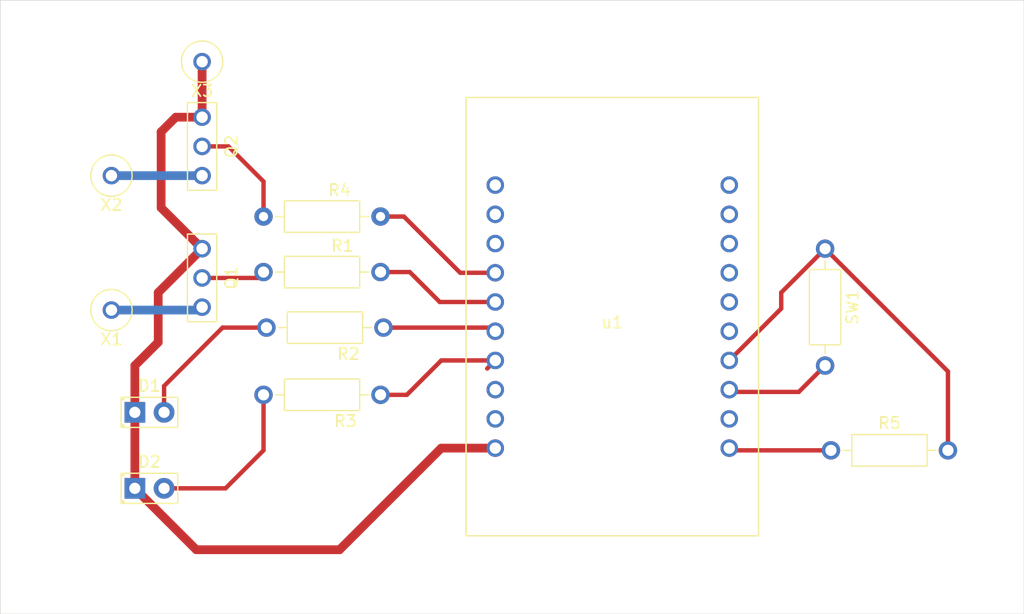
<source format=kicad_pcb>
(kicad_pcb (version 20171130) (host pcbnew "(5.1.10)-1")

  (general
    (thickness 1.6)
    (drawings 4)
    (tracks 51)
    (zones 0)
    (modules 14)
    (nets 27)
  )

  (page A4)
  (layers
    (0 F.Cu signal)
    (31 B.Cu signal)
    (32 B.Adhes user)
    (33 F.Adhes user)
    (34 B.Paste user)
    (35 F.Paste user)
    (36 B.SilkS user)
    (37 F.SilkS user)
    (38 B.Mask user)
    (39 F.Mask user)
    (40 Dwgs.User user)
    (41 Cmts.User user)
    (42 Eco1.User user)
    (43 Eco2.User user)
    (44 Edge.Cuts user)
    (45 Margin user)
    (46 B.CrtYd user)
    (47 F.CrtYd user)
    (48 B.Fab user)
    (49 F.Fab user)
  )

  (setup
    (last_trace_width 0.25)
    (user_trace_width 0.381)
    (trace_clearance 0.2)
    (zone_clearance 0.508)
    (zone_45_only no)
    (trace_min 0.3048)
    (via_size 0.8)
    (via_drill 0.4)
    (via_min_size 0.4)
    (via_min_drill 0.3)
    (uvia_size 0.3)
    (uvia_drill 0.1)
    (uvias_allowed no)
    (uvia_min_size 0.2)
    (uvia_min_drill 0.1)
    (edge_width 0.05)
    (segment_width 0.2)
    (pcb_text_width 0.3)
    (pcb_text_size 1.5 1.5)
    (mod_edge_width 0.12)
    (mod_text_size 1 1)
    (mod_text_width 0.15)
    (pad_size 1.6 1.6)
    (pad_drill 0.9778)
    (pad_to_mask_clearance 0)
    (aux_axis_origin 0 0)
    (visible_elements 7FFFFFFF)
    (pcbplotparams
      (layerselection 0x010fc_ffffffff)
      (usegerberextensions true)
      (usegerberattributes false)
      (usegerberadvancedattributes false)
      (creategerberjobfile false)
      (excludeedgelayer true)
      (linewidth 0.100000)
      (plotframeref false)
      (viasonmask false)
      (mode 1)
      (useauxorigin false)
      (hpglpennumber 1)
      (hpglpenspeed 20)
      (hpglpendiameter 15.000000)
      (psnegative false)
      (psa4output false)
      (plotreference true)
      (plotvalue true)
      (plotinvisibletext false)
      (padsonsilk false)
      (subtractmaskfromsilk false)
      (outputformat 1)
      (mirror false)
      (drillshape 0)
      (scaleselection 1)
      (outputdirectory ""))
  )

  (net 0 "")
  (net 1 "Net-(D1-Pad1)")
  (net 2 "Net-(D1-Pad2)")
  (net 3 "Net-(D2-Pad2)")
  (net 4 "Net-(Q1-Pad2)")
  (net 5 "Net-(Q1-Pad1)")
  (net 6 "Net-(Q2-Pad1)")
  (net 7 "Net-(Q2-Pad2)")
  (net 8 "Net-(R1-Pad1)")
  (net 9 "Net-(R2-Pad1)")
  (net 10 "Net-(R3-Pad1)")
  (net 11 "Net-(R4-Pad1)")
  (net 12 "Net-(R5-Pad1)")
  (net 13 "Net-(R5-Pad2)")
  (net 14 "Net-(SW1-Pad2)")
  (net 15 "Net-(u1-Pad1)")
  (net 16 "Net-(u1-Pad2)")
  (net 17 "Net-(u1-Pad3)")
  (net 18 "Net-(u1-Pad8)")
  (net 19 "Net-(u1-Pad9)")
  (net 20 "Net-(u1-Pad16)")
  (net 21 "Net-(u1-Pad18)")
  (net 22 "Net-(u1-Pad20)")
  (net 23 "Net-(u1-Pad15)")
  (net 24 "Net-(u1-Pad19)")
  (net 25 "Net-(u1-Pad17)")
  (net 26 "Net-(u1-Pad12)")

  (net_class Default "This is the default net class."
    (clearance 0.2)
    (trace_width 0.25)
    (via_dia 0.8)
    (via_drill 0.4)
    (uvia_dia 0.3)
    (uvia_drill 0.1)
    (add_net "Net-(D1-Pad1)")
    (add_net "Net-(D1-Pad2)")
    (add_net "Net-(D2-Pad2)")
    (add_net "Net-(Q1-Pad1)")
    (add_net "Net-(Q1-Pad2)")
    (add_net "Net-(Q2-Pad1)")
    (add_net "Net-(Q2-Pad2)")
    (add_net "Net-(R1-Pad1)")
    (add_net "Net-(R2-Pad1)")
    (add_net "Net-(R3-Pad1)")
    (add_net "Net-(R4-Pad1)")
    (add_net "Net-(R5-Pad1)")
    (add_net "Net-(R5-Pad2)")
    (add_net "Net-(SW1-Pad2)")
    (add_net "Net-(u1-Pad1)")
    (add_net "Net-(u1-Pad12)")
    (add_net "Net-(u1-Pad15)")
    (add_net "Net-(u1-Pad16)")
    (add_net "Net-(u1-Pad17)")
    (add_net "Net-(u1-Pad18)")
    (add_net "Net-(u1-Pad19)")
    (add_net "Net-(u1-Pad2)")
    (add_net "Net-(u1-Pad20)")
    (add_net "Net-(u1-Pad3)")
    (add_net "Net-(u1-Pad8)")
    (add_net "Net-(u1-Pad9)")
  )

  (net_class better ""
    (clearance 0.3048)
    (trace_width 0.381)
    (via_dia 0.8)
    (via_drill 0.4)
    (uvia_dia 0.3)
    (uvia_drill 0.1)
  )

  (module Resistor_THT:R_Axial_DIN0207_L6.3mm_D2.5mm_P10.16mm_Horizontal (layer F.Cu) (tedit 6187FBB3) (tstamp 618852C8)
    (at 140.208 90.17 270)
    (descr "Resistor, Axial_DIN0207 series, Axial, Horizontal, pin pitch=10.16mm, 0.25W = 1/4W, length*diameter=6.3*2.5mm^2, http://cdn-reichelt.de/documents/datenblatt/B400/1_4W%23YAG.pdf")
    (tags "Resistor Axial_DIN0207 series Axial Horizontal pin pitch 10.16mm 0.25W = 1/4W length 6.3mm diameter 2.5mm")
    (path /61883C26)
    (fp_text reference SW1 (at 5.08 -2.37 90) (layer F.SilkS)
      (effects (font (size 1 1) (thickness 0.15)))
    )
    (fp_text value SW_Push (at 5.08 2.37 90) (layer F.Fab)
      (effects (font (size 1 1) (thickness 0.15)))
    )
    (fp_line (start 11.21 -1.5) (end -1.05 -1.5) (layer F.CrtYd) (width 0.05))
    (fp_line (start 11.21 1.5) (end 11.21 -1.5) (layer F.CrtYd) (width 0.05))
    (fp_line (start -1.05 1.5) (end 11.21 1.5) (layer F.CrtYd) (width 0.05))
    (fp_line (start -1.05 -1.5) (end -1.05 1.5) (layer F.CrtYd) (width 0.05))
    (fp_line (start 9.12 0) (end 8.35 0) (layer F.SilkS) (width 0.12))
    (fp_line (start 1.04 0) (end 1.81 0) (layer F.SilkS) (width 0.12))
    (fp_line (start 8.35 -1.37) (end 1.81 -1.37) (layer F.SilkS) (width 0.12))
    (fp_line (start 8.35 1.37) (end 8.35 -1.37) (layer F.SilkS) (width 0.12))
    (fp_line (start 1.81 1.37) (end 8.35 1.37) (layer F.SilkS) (width 0.12))
    (fp_line (start 1.81 -1.37) (end 1.81 1.37) (layer F.SilkS) (width 0.12))
    (fp_line (start 10.16 0) (end 8.23 0) (layer F.Fab) (width 0.1))
    (fp_line (start 0 0) (end 1.93 0) (layer F.Fab) (width 0.1))
    (fp_line (start 8.23 -1.25) (end 1.93 -1.25) (layer F.Fab) (width 0.1))
    (fp_line (start 8.23 1.25) (end 8.23 -1.25) (layer F.Fab) (width 0.1))
    (fp_line (start 1.93 1.25) (end 8.23 1.25) (layer F.Fab) (width 0.1))
    (fp_line (start 1.93 -1.25) (end 1.93 1.25) (layer F.Fab) (width 0.1))
    (fp_text user %R (at 5.08 0 90) (layer F.Fab)
      (effects (font (size 1 1) (thickness 0.15)))
    )
    (pad 2 thru_hole oval (at 10.16 0 270) (size 1.6 1.6) (drill 0.9778) (layers *.Cu *.Mask)
      (net 14 "Net-(SW1-Pad2)"))
    (pad 1 thru_hole circle (at 0 0 270) (size 1.6 1.6) (drill 0.9778) (layers *.Cu *.Mask)
      (net 13 "Net-(R5-Pad2)"))
    (model ${KISYS3DMOD}/Resistor_THT.3dshapes/R_Axial_DIN0207_L6.3mm_D2.5mm_P10.16mm_Horizontal.wrl
      (at (xyz 0 0 0))
      (scale (xyz 1 1 1))
      (rotate (xyz 0 0 0))
    )
  )

  (module Resistor_THT:R_Axial_DIN0207_L6.3mm_D2.5mm_P10.16mm_Horizontal (layer F.Cu) (tedit 6187FBBB) (tstamp 618852B1)
    (at 140.716 107.696)
    (descr "Resistor, Axial_DIN0207 series, Axial, Horizontal, pin pitch=10.16mm, 0.25W = 1/4W, length*diameter=6.3*2.5mm^2, http://cdn-reichelt.de/documents/datenblatt/B400/1_4W%23YAG.pdf")
    (tags "Resistor Axial_DIN0207 series Axial Horizontal pin pitch 10.16mm 0.25W = 1/4W length 6.3mm diameter 2.5mm")
    (path /6188334C)
    (fp_text reference R5 (at 5.08 -2.37) (layer F.SilkS)
      (effects (font (size 1 1) (thickness 0.15)))
    )
    (fp_text value R (at 5.08 2.37) (layer F.Fab)
      (effects (font (size 1 1) (thickness 0.15)))
    )
    (fp_line (start 11.21 -1.5) (end -1.05 -1.5) (layer F.CrtYd) (width 0.05))
    (fp_line (start 11.21 1.5) (end 11.21 -1.5) (layer F.CrtYd) (width 0.05))
    (fp_line (start -1.05 1.5) (end 11.21 1.5) (layer F.CrtYd) (width 0.05))
    (fp_line (start -1.05 -1.5) (end -1.05 1.5) (layer F.CrtYd) (width 0.05))
    (fp_line (start 9.12 0) (end 8.35 0) (layer F.SilkS) (width 0.12))
    (fp_line (start 1.04 0) (end 1.81 0) (layer F.SilkS) (width 0.12))
    (fp_line (start 8.35 -1.37) (end 1.81 -1.37) (layer F.SilkS) (width 0.12))
    (fp_line (start 8.35 1.37) (end 8.35 -1.37) (layer F.SilkS) (width 0.12))
    (fp_line (start 1.81 1.37) (end 8.35 1.37) (layer F.SilkS) (width 0.12))
    (fp_line (start 1.81 -1.37) (end 1.81 1.37) (layer F.SilkS) (width 0.12))
    (fp_line (start 10.16 0) (end 8.23 0) (layer F.Fab) (width 0.1))
    (fp_line (start 0 0) (end 1.93 0) (layer F.Fab) (width 0.1))
    (fp_line (start 8.23 -1.25) (end 1.93 -1.25) (layer F.Fab) (width 0.1))
    (fp_line (start 8.23 1.25) (end 8.23 -1.25) (layer F.Fab) (width 0.1))
    (fp_line (start 1.93 1.25) (end 8.23 1.25) (layer F.Fab) (width 0.1))
    (fp_line (start 1.93 -1.25) (end 1.93 1.25) (layer F.Fab) (width 0.1))
    (fp_text user %R (at 5.08 0) (layer F.Fab)
      (effects (font (size 1 1) (thickness 0.15)))
    )
    (pad 2 thru_hole oval (at 10.16 0) (size 1.6 1.6) (drill 0.9778) (layers *.Cu *.Mask)
      (net 13 "Net-(R5-Pad2)"))
    (pad 1 thru_hole circle (at 0 0) (size 1.6 1.6) (drill 0.9778) (layers *.Cu *.Mask)
      (net 12 "Net-(R5-Pad1)"))
    (model ${KISYS3DMOD}/Resistor_THT.3dshapes/R_Axial_DIN0207_L6.3mm_D2.5mm_P10.16mm_Horizontal.wrl
      (at (xyz 0 0 0))
      (scale (xyz 1 1 1))
      (rotate (xyz 0 0 0))
    )
  )

  (module Resistor_THT:R_Axial_DIN0207_L6.3mm_D2.5mm_P10.16mm_Horizontal (layer F.Cu) (tedit 5AE5139B) (tstamp 6188529A)
    (at 101.6 87.376 180)
    (descr "Resistor, Axial_DIN0207 series, Axial, Horizontal, pin pitch=10.16mm, 0.25W = 1/4W, length*diameter=6.3*2.5mm^2, http://cdn-reichelt.de/documents/datenblatt/B400/1_4W%23YAG.pdf")
    (tags "Resistor Axial_DIN0207 series Axial Horizontal pin pitch 10.16mm 0.25W = 1/4W length 6.3mm diameter 2.5mm")
    (path /6187FA3F)
    (fp_text reference R4 (at 3.556 2.286) (layer F.SilkS)
      (effects (font (size 1 1) (thickness 0.15)))
    )
    (fp_text value R (at 5.08 2.37) (layer F.Fab)
      (effects (font (size 1 1) (thickness 0.15)))
    )
    (fp_line (start 11.21 -1.5) (end -1.05 -1.5) (layer F.CrtYd) (width 0.05))
    (fp_line (start 11.21 1.5) (end 11.21 -1.5) (layer F.CrtYd) (width 0.05))
    (fp_line (start -1.05 1.5) (end 11.21 1.5) (layer F.CrtYd) (width 0.05))
    (fp_line (start -1.05 -1.5) (end -1.05 1.5) (layer F.CrtYd) (width 0.05))
    (fp_line (start 9.12 0) (end 8.35 0) (layer F.SilkS) (width 0.12))
    (fp_line (start 1.04 0) (end 1.81 0) (layer F.SilkS) (width 0.12))
    (fp_line (start 8.35 -1.37) (end 1.81 -1.37) (layer F.SilkS) (width 0.12))
    (fp_line (start 8.35 1.37) (end 8.35 -1.37) (layer F.SilkS) (width 0.12))
    (fp_line (start 1.81 1.37) (end 8.35 1.37) (layer F.SilkS) (width 0.12))
    (fp_line (start 1.81 -1.37) (end 1.81 1.37) (layer F.SilkS) (width 0.12))
    (fp_line (start 10.16 0) (end 8.23 0) (layer F.Fab) (width 0.1))
    (fp_line (start 0 0) (end 1.93 0) (layer F.Fab) (width 0.1))
    (fp_line (start 8.23 -1.25) (end 1.93 -1.25) (layer F.Fab) (width 0.1))
    (fp_line (start 8.23 1.25) (end 8.23 -1.25) (layer F.Fab) (width 0.1))
    (fp_line (start 1.93 1.25) (end 8.23 1.25) (layer F.Fab) (width 0.1))
    (fp_line (start 1.93 -1.25) (end 1.93 1.25) (layer F.Fab) (width 0.1))
    (fp_text user %R (at 5.08 0) (layer F.Fab)
      (effects (font (size 1 1) (thickness 0.15)))
    )
    (pad 2 thru_hole oval (at 10.16 0 180) (size 1.6 1.6) (drill 0.8) (layers *.Cu *.Mask)
      (net 7 "Net-(Q2-Pad2)"))
    (pad 1 thru_hole circle (at 0 0 180) (size 1.6 1.6) (drill 0.8) (layers *.Cu *.Mask)
      (net 11 "Net-(R4-Pad1)"))
    (model ${KISYS3DMOD}/Resistor_THT.3dshapes/R_Axial_DIN0207_L6.3mm_D2.5mm_P10.16mm_Horizontal.wrl
      (at (xyz 0 0 0))
      (scale (xyz 1 1 1))
      (rotate (xyz 0 0 0))
    )
  )

  (module Resistor_THT:R_Axial_DIN0207_L6.3mm_D2.5mm_P10.16mm_Horizontal (layer F.Cu) (tedit 6187FB9D) (tstamp 61885283)
    (at 101.6 102.87 180)
    (descr "Resistor, Axial_DIN0207 series, Axial, Horizontal, pin pitch=10.16mm, 0.25W = 1/4W, length*diameter=6.3*2.5mm^2, http://cdn-reichelt.de/documents/datenblatt/B400/1_4W%23YAG.pdf")
    (tags "Resistor Axial_DIN0207 series Axial Horizontal pin pitch 10.16mm 0.25W = 1/4W length 6.3mm diameter 2.5mm")
    (path /61882370)
    (fp_text reference R3 (at 3.048 -2.286) (layer F.SilkS)
      (effects (font (size 1 1) (thickness 0.15)))
    )
    (fp_text value R (at 5.08 2.37) (layer F.Fab)
      (effects (font (size 1 1) (thickness 0.15)))
    )
    (fp_line (start 11.21 -1.5) (end -1.05 -1.5) (layer F.CrtYd) (width 0.05))
    (fp_line (start 11.21 1.5) (end 11.21 -1.5) (layer F.CrtYd) (width 0.05))
    (fp_line (start -1.05 1.5) (end 11.21 1.5) (layer F.CrtYd) (width 0.05))
    (fp_line (start -1.05 -1.5) (end -1.05 1.5) (layer F.CrtYd) (width 0.05))
    (fp_line (start 9.12 0) (end 8.35 0) (layer F.SilkS) (width 0.12))
    (fp_line (start 1.04 0) (end 1.81 0) (layer F.SilkS) (width 0.12))
    (fp_line (start 8.35 -1.37) (end 1.81 -1.37) (layer F.SilkS) (width 0.12))
    (fp_line (start 8.35 1.37) (end 8.35 -1.37) (layer F.SilkS) (width 0.12))
    (fp_line (start 1.81 1.37) (end 8.35 1.37) (layer F.SilkS) (width 0.12))
    (fp_line (start 1.81 -1.37) (end 1.81 1.37) (layer F.SilkS) (width 0.12))
    (fp_line (start 10.16 0) (end 8.23 0) (layer F.Fab) (width 0.1))
    (fp_line (start 0 0) (end 1.93 0) (layer F.Fab) (width 0.1))
    (fp_line (start 8.23 -1.25) (end 1.93 -1.25) (layer F.Fab) (width 0.1))
    (fp_line (start 8.23 1.25) (end 8.23 -1.25) (layer F.Fab) (width 0.1))
    (fp_line (start 1.93 1.25) (end 8.23 1.25) (layer F.Fab) (width 0.1))
    (fp_line (start 1.93 -1.25) (end 1.93 1.25) (layer F.Fab) (width 0.1))
    (fp_text user %R (at 5.08 0) (layer F.Fab)
      (effects (font (size 1 1) (thickness 0.15)))
    )
    (pad 2 thru_hole oval (at 10.16 0 180) (size 1.6 1.6) (drill 0.9778) (layers *.Cu *.Mask)
      (net 3 "Net-(D2-Pad2)"))
    (pad 1 thru_hole circle (at 0 0 180) (size 1.6 1.6) (drill 0.9778) (layers *.Cu *.Mask)
      (net 10 "Net-(R3-Pad1)"))
    (model ${KISYS3DMOD}/Resistor_THT.3dshapes/R_Axial_DIN0207_L6.3mm_D2.5mm_P10.16mm_Horizontal.wrl
      (at (xyz 0 0 0))
      (scale (xyz 1 1 1))
      (rotate (xyz 0 0 0))
    )
  )

  (module Resistor_THT:R_Axial_DIN0207_L6.3mm_D2.5mm_P10.16mm_Horizontal (layer F.Cu) (tedit 6187FB93) (tstamp 6188526C)
    (at 101.854 97.028 180)
    (descr "Resistor, Axial_DIN0207 series, Axial, Horizontal, pin pitch=10.16mm, 0.25W = 1/4W, length*diameter=6.3*2.5mm^2, http://cdn-reichelt.de/documents/datenblatt/B400/1_4W%23YAG.pdf")
    (tags "Resistor Axial_DIN0207 series Axial Horizontal pin pitch 10.16mm 0.25W = 1/4W length 6.3mm diameter 2.5mm")
    (path /61882168)
    (fp_text reference R2 (at 3.048 -2.286) (layer F.SilkS)
      (effects (font (size 1 1) (thickness 0.15)))
    )
    (fp_text value R (at 5.08 2.37) (layer F.Fab)
      (effects (font (size 1 1) (thickness 0.15)))
    )
    (fp_line (start 11.21 -1.5) (end -1.05 -1.5) (layer F.CrtYd) (width 0.05))
    (fp_line (start 11.21 1.5) (end 11.21 -1.5) (layer F.CrtYd) (width 0.05))
    (fp_line (start -1.05 1.5) (end 11.21 1.5) (layer F.CrtYd) (width 0.05))
    (fp_line (start -1.05 -1.5) (end -1.05 1.5) (layer F.CrtYd) (width 0.05))
    (fp_line (start 9.12 0) (end 8.35 0) (layer F.SilkS) (width 0.12))
    (fp_line (start 1.04 0) (end 1.81 0) (layer F.SilkS) (width 0.12))
    (fp_line (start 8.35 -1.37) (end 1.81 -1.37) (layer F.SilkS) (width 0.12))
    (fp_line (start 8.35 1.37) (end 8.35 -1.37) (layer F.SilkS) (width 0.12))
    (fp_line (start 1.81 1.37) (end 8.35 1.37) (layer F.SilkS) (width 0.12))
    (fp_line (start 1.81 -1.37) (end 1.81 1.37) (layer F.SilkS) (width 0.12))
    (fp_line (start 10.16 0) (end 8.23 0) (layer F.Fab) (width 0.1))
    (fp_line (start 0 0) (end 1.93 0) (layer F.Fab) (width 0.1))
    (fp_line (start 8.23 -1.25) (end 1.93 -1.25) (layer F.Fab) (width 0.1))
    (fp_line (start 8.23 1.25) (end 8.23 -1.25) (layer F.Fab) (width 0.1))
    (fp_line (start 1.93 1.25) (end 8.23 1.25) (layer F.Fab) (width 0.1))
    (fp_line (start 1.93 -1.25) (end 1.93 1.25) (layer F.Fab) (width 0.1))
    (fp_text user %R (at 5.08 0) (layer F.Fab)
      (effects (font (size 1 1) (thickness 0.15)))
    )
    (pad 2 thru_hole oval (at 10.16 0 180) (size 1.6 1.6) (drill 0.9778) (layers *.Cu *.Mask)
      (net 2 "Net-(D1-Pad2)"))
    (pad 1 thru_hole circle (at 0 0 180) (size 1.6 1.6) (drill 0.9778) (layers *.Cu *.Mask)
      (net 9 "Net-(R2-Pad1)"))
    (model ${KISYS3DMOD}/Resistor_THT.3dshapes/R_Axial_DIN0207_L6.3mm_D2.5mm_P10.16mm_Horizontal.wrl
      (at (xyz 0 0 0))
      (scale (xyz 1 1 1))
      (rotate (xyz 0 0 0))
    )
  )

  (module Resistor_THT:R_Axial_DIN0207_L6.3mm_D2.5mm_P10.16mm_Horizontal (layer F.Cu) (tedit 6187FB85) (tstamp 61885255)
    (at 101.6 92.202 180)
    (descr "Resistor, Axial_DIN0207 series, Axial, Horizontal, pin pitch=10.16mm, 0.25W = 1/4W, length*diameter=6.3*2.5mm^2, http://cdn-reichelt.de/documents/datenblatt/B400/1_4W%23YAG.pdf")
    (tags "Resistor Axial_DIN0207 series Axial Horizontal pin pitch 10.16mm 0.25W = 1/4W length 6.3mm diameter 2.5mm")
    (path /618814FD)
    (fp_text reference R1 (at 3.302 2.286) (layer F.SilkS)
      (effects (font (size 1 1) (thickness 0.15)))
    )
    (fp_text value R (at 5.08 2.37) (layer F.Fab)
      (effects (font (size 1 1) (thickness 0.15)))
    )
    (fp_line (start 11.21 -1.5) (end -1.05 -1.5) (layer F.CrtYd) (width 0.05))
    (fp_line (start 11.21 1.5) (end 11.21 -1.5) (layer F.CrtYd) (width 0.05))
    (fp_line (start -1.05 1.5) (end 11.21 1.5) (layer F.CrtYd) (width 0.05))
    (fp_line (start -1.05 -1.5) (end -1.05 1.5) (layer F.CrtYd) (width 0.05))
    (fp_line (start 9.12 0) (end 8.35 0) (layer F.SilkS) (width 0.12))
    (fp_line (start 1.04 0) (end 1.81 0) (layer F.SilkS) (width 0.12))
    (fp_line (start 8.35 -1.37) (end 1.81 -1.37) (layer F.SilkS) (width 0.12))
    (fp_line (start 8.35 1.37) (end 8.35 -1.37) (layer F.SilkS) (width 0.12))
    (fp_line (start 1.81 1.37) (end 8.35 1.37) (layer F.SilkS) (width 0.12))
    (fp_line (start 1.81 -1.37) (end 1.81 1.37) (layer F.SilkS) (width 0.12))
    (fp_line (start 10.16 0) (end 8.23 0) (layer F.Fab) (width 0.1))
    (fp_line (start 0 0) (end 1.93 0) (layer F.Fab) (width 0.1))
    (fp_line (start 8.23 -1.25) (end 1.93 -1.25) (layer F.Fab) (width 0.1))
    (fp_line (start 8.23 1.25) (end 8.23 -1.25) (layer F.Fab) (width 0.1))
    (fp_line (start 1.93 1.25) (end 8.23 1.25) (layer F.Fab) (width 0.1))
    (fp_line (start 1.93 -1.25) (end 1.93 1.25) (layer F.Fab) (width 0.1))
    (fp_text user %R (at 5.08 0) (layer F.Fab)
      (effects (font (size 1 1) (thickness 0.15)))
    )
    (pad 2 thru_hole oval (at 10.16 0 180) (size 1.6 1.6) (drill 0.9778) (layers *.Cu *.Mask)
      (net 4 "Net-(Q1-Pad2)"))
    (pad 1 thru_hole circle (at 0 0 180) (size 1.6 1.6) (drill 0.9778) (layers *.Cu *.Mask)
      (net 8 "Net-(R1-Pad1)"))
    (model ${KISYS3DMOD}/Resistor_THT.3dshapes/R_Axial_DIN0207_L6.3mm_D2.5mm_P10.16mm_Horizontal.wrl
      (at (xyz 0 0 0))
      (scale (xyz 1 1 1))
      (rotate (xyz 0 0 0))
    )
  )

  (module LED_THT:LED_D2.0mm_W4.8mm_H2.5mm_FlatTop (layer F.Cu) (tedit 6187FB6E) (tstamp 6188520F)
    (at 80.264 104.394)
    (descr "LED, Round, FlatTop,  Rectangular size 4.8x2.5mm^2 diameter 2.0mm, 2 pins, http://www.kingbright.com/attachments/file/psearch/000/00/00/L-13GD(Ver.11B).pdf")
    (tags "LED Round FlatTop  Rectangular size 4.8x2.5mm^2 diameter 2.0mm 2 pins")
    (path /61882662)
    (fp_text reference D1 (at 1.27 -2.31) (layer F.SilkS)
      (effects (font (size 1 1) (thickness 0.15)))
    )
    (fp_text value LED (at 1.27 2.31) (layer F.Fab)
      (effects (font (size 1 1) (thickness 0.15)))
    )
    (fp_line (start 4 -1.6) (end -1.45 -1.6) (layer F.CrtYd) (width 0.05))
    (fp_line (start 4 1.6) (end 4 -1.6) (layer F.CrtYd) (width 0.05))
    (fp_line (start -1.45 1.6) (end 4 1.6) (layer F.CrtYd) (width 0.05))
    (fp_line (start -1.45 -1.6) (end -1.45 1.6) (layer F.CrtYd) (width 0.05))
    (fp_line (start -0.95 1.08) (end -0.95 1.31) (layer F.SilkS) (width 0.12))
    (fp_line (start -0.95 -1.31) (end -0.95 -1.08) (layer F.SilkS) (width 0.12))
    (fp_line (start -1.07 1.08) (end -1.07 1.31) (layer F.SilkS) (width 0.12))
    (fp_line (start -1.07 -1.31) (end -1.07 -1.08) (layer F.SilkS) (width 0.12))
    (fp_line (start 3.73 -1.31) (end 3.73 1.31) (layer F.SilkS) (width 0.12))
    (fp_line (start -1.19 -1.31) (end -1.19 1.31) (layer F.SilkS) (width 0.12))
    (fp_line (start -1.19 1.31) (end 3.73 1.31) (layer F.SilkS) (width 0.12))
    (fp_line (start -1.19 -1.31) (end 3.73 -1.31) (layer F.SilkS) (width 0.12))
    (fp_line (start 3.67 -1.25) (end -1.13 -1.25) (layer F.Fab) (width 0.1))
    (fp_line (start 3.67 1.25) (end 3.67 -1.25) (layer F.Fab) (width 0.1))
    (fp_line (start -1.13 1.25) (end 3.67 1.25) (layer F.Fab) (width 0.1))
    (fp_line (start -1.13 -1.25) (end -1.13 1.25) (layer F.Fab) (width 0.1))
    (fp_circle (center 1.27 0) (end 2.27 0) (layer F.Fab) (width 0.1))
    (pad 1 thru_hole rect (at 0 0) (size 1.8 1.8) (drill 0.9762) (layers *.Cu *.Mask)
      (net 1 "Net-(D1-Pad1)"))
    (pad 2 thru_hole circle (at 2.54 0) (size 1.8 1.8) (drill 0.9762) (layers *.Cu *.Mask)
      (net 2 "Net-(D1-Pad2)"))
    (model ${KISYS3DMOD}/LED_THT.3dshapes/LED_D2.0mm_W4.8mm_H2.5mm_FlatTop.wrl
      (at (xyz 0 0 0))
      (scale (xyz 1 1 1))
      (rotate (xyz 0 0 0))
    )
  )

  (module LED_THT:LED_D2.0mm_W4.8mm_H2.5mm_FlatTop (layer F.Cu) (tedit 6187FB7C) (tstamp 61885226)
    (at 80.264 110.998)
    (descr "LED, Round, FlatTop,  Rectangular size 4.8x2.5mm^2 diameter 2.0mm, 2 pins, http://www.kingbright.com/attachments/file/psearch/000/00/00/L-13GD(Ver.11B).pdf")
    (tags "LED Round FlatTop  Rectangular size 4.8x2.5mm^2 diameter 2.0mm 2 pins")
    (path /61883135)
    (fp_text reference D2 (at 1.27 -2.31) (layer F.SilkS)
      (effects (font (size 1 1) (thickness 0.15)))
    )
    (fp_text value LED (at 1.27 2.31) (layer F.Fab)
      (effects (font (size 1 1) (thickness 0.15)))
    )
    (fp_circle (center 1.27 0) (end 2.27 0) (layer F.Fab) (width 0.1))
    (fp_line (start -1.13 -1.25) (end -1.13 1.25) (layer F.Fab) (width 0.1))
    (fp_line (start -1.13 1.25) (end 3.67 1.25) (layer F.Fab) (width 0.1))
    (fp_line (start 3.67 1.25) (end 3.67 -1.25) (layer F.Fab) (width 0.1))
    (fp_line (start 3.67 -1.25) (end -1.13 -1.25) (layer F.Fab) (width 0.1))
    (fp_line (start -1.19 -1.31) (end 3.73 -1.31) (layer F.SilkS) (width 0.12))
    (fp_line (start -1.19 1.31) (end 3.73 1.31) (layer F.SilkS) (width 0.12))
    (fp_line (start -1.19 -1.31) (end -1.19 1.31) (layer F.SilkS) (width 0.12))
    (fp_line (start 3.73 -1.31) (end 3.73 1.31) (layer F.SilkS) (width 0.12))
    (fp_line (start -1.07 -1.31) (end -1.07 -1.08) (layer F.SilkS) (width 0.12))
    (fp_line (start -1.07 1.08) (end -1.07 1.31) (layer F.SilkS) (width 0.12))
    (fp_line (start -0.95 -1.31) (end -0.95 -1.08) (layer F.SilkS) (width 0.12))
    (fp_line (start -0.95 1.08) (end -0.95 1.31) (layer F.SilkS) (width 0.12))
    (fp_line (start -1.45 -1.6) (end -1.45 1.6) (layer F.CrtYd) (width 0.05))
    (fp_line (start -1.45 1.6) (end 4 1.6) (layer F.CrtYd) (width 0.05))
    (fp_line (start 4 1.6) (end 4 -1.6) (layer F.CrtYd) (width 0.05))
    (fp_line (start 4 -1.6) (end -1.45 -1.6) (layer F.CrtYd) (width 0.05))
    (pad 2 thru_hole circle (at 2.54 0) (size 1.8 1.8) (drill 0.9762) (layers *.Cu *.Mask)
      (net 3 "Net-(D2-Pad2)"))
    (pad 1 thru_hole rect (at 0 0) (size 1.8 1.8) (drill 0.9762) (layers *.Cu *.Mask)
      (net 1 "Net-(D1-Pad1)"))
    (model ${KISYS3DMOD}/LED_THT.3dshapes/LED_D2.0mm_W4.8mm_H2.5mm_FlatTop.wrl
      (at (xyz 0 0 0))
      (scale (xyz 1 1 1))
      (rotate (xyz 0 0 0))
    )
  )

  (module SharedLib:Transistor_FOOT (layer F.Cu) (tedit 6187E9A5) (tstamp 61885232)
    (at 86.106 92.71 90)
    (path /61886243)
    (fp_text reference Q1 (at 0 2.54 90) (layer F.SilkS)
      (effects (font (size 1 1) (thickness 0.15)))
    )
    (fp_text value Transistor (at 0 -2.54 90) (layer F.Fab)
      (effects (font (size 1 1) (thickness 0.15)))
    )
    (fp_line (start -3.81 0) (end -3.81 -1.27) (layer F.SilkS) (width 0.12))
    (fp_line (start 3.81 -1.27) (end 3.81 1.27) (layer F.SilkS) (width 0.12))
    (fp_line (start -3.81 1.27) (end -3.81 0) (layer F.SilkS) (width 0.12))
    (fp_line (start -3.81 -1.27) (end 3.81 -1.27) (layer F.SilkS) (width 0.12))
    (fp_line (start -3.81 1.27) (end 3.81 1.27) (layer F.SilkS) (width 0.12))
    (pad 3 thru_hole circle (at 2.54 0 90) (size 1.524 1.524) (drill 0.9906) (layers *.Cu *.Mask)
      (net 1 "Net-(D1-Pad1)"))
    (pad 2 thru_hole circle (at 0 0 90) (size 1.524 1.524) (drill 0.9906) (layers *.Cu *.Mask)
      (net 4 "Net-(Q1-Pad2)"))
    (pad 1 thru_hole circle (at -2.54 0 90) (size 1.524 1.524) (drill 0.9906) (layers *.Cu *.Mask)
      (net 5 "Net-(Q1-Pad1)"))
  )

  (module SharedLib:Transistor_FOOT (layer F.Cu) (tedit 6187E9A5) (tstamp 6188523E)
    (at 86.106 81.28 90)
    (path /61885169)
    (fp_text reference Q2 (at 0 2.54 90) (layer F.SilkS)
      (effects (font (size 1 1) (thickness 0.15)))
    )
    (fp_text value Transistor (at 0 -2.54 90) (layer F.Fab)
      (effects (font (size 1 1) (thickness 0.15)))
    )
    (fp_line (start -3.81 1.27) (end 3.81 1.27) (layer F.SilkS) (width 0.12))
    (fp_line (start -3.81 -1.27) (end 3.81 -1.27) (layer F.SilkS) (width 0.12))
    (fp_line (start -3.81 1.27) (end -3.81 0) (layer F.SilkS) (width 0.12))
    (fp_line (start 3.81 -1.27) (end 3.81 1.27) (layer F.SilkS) (width 0.12))
    (fp_line (start -3.81 0) (end -3.81 -1.27) (layer F.SilkS) (width 0.12))
    (pad 1 thru_hole circle (at -2.54 0 90) (size 1.524 1.524) (drill 0.9906) (layers *.Cu *.Mask)
      (net 6 "Net-(Q2-Pad1)"))
    (pad 2 thru_hole circle (at 0 0 90) (size 1.524 1.524) (drill 0.9906) (layers *.Cu *.Mask)
      (net 7 "Net-(Q2-Pad2)"))
    (pad 3 thru_hole circle (at 2.54 0 90) (size 1.524 1.524) (drill 0.9906) (layers *.Cu *.Mask)
      (net 1 "Net-(D1-Pad1)"))
  )

  (module SharedLib:HUZZAH_FOOT (layer F.Cu) (tedit 6186D4E5) (tstamp 618852E8)
    (at 121.726001 96.072001)
    (path /6187E5CA)
    (fp_text reference u1 (at 0 0.5) (layer F.SilkS)
      (effects (font (size 1 1) (thickness 0.15)))
    )
    (fp_text value HUZZAH (at 0 -6.35) (layer F.Fab)
      (effects (font (size 1 1) (thickness 0.15)))
    )
    (fp_line (start -7.62 -19.05) (end 12.7 -19.05) (layer F.SilkS) (width 0.12))
    (fp_line (start 12.7 -19.05) (end 12.7 19.05) (layer F.SilkS) (width 0.12))
    (fp_line (start 12.7 19.05) (end -7.62 19.05) (layer F.SilkS) (width 0.12))
    (fp_line (start -12.7 19.05) (end -12.7 -19.05) (layer F.SilkS) (width 0.12))
    (fp_line (start -7.62 -19.05) (end -12.7 -19.05) (layer F.SilkS) (width 0.12))
    (fp_line (start -12.7 -19.05) (end -12.7 0) (layer F.SilkS) (width 0.12))
    (fp_line (start -12.7 0) (end -12.7 19.05) (layer F.SilkS) (width 0.12))
    (fp_line (start -12.7 19.05) (end -7.62 19.05) (layer F.SilkS) (width 0.12))
    (pad 1 thru_hole circle (at -10.16 -11.43) (size 1.524 1.524) (drill 0.9906) (layers *.Cu *.Mask)
      (net 15 "Net-(u1-Pad1)"))
    (pad 2 thru_hole circle (at -10.16 -8.89) (size 1.524 1.524) (drill 0.9906) (layers *.Cu *.Mask)
      (net 16 "Net-(u1-Pad2)"))
    (pad 3 thru_hole circle (at -10.16 -6.35) (size 1.524 1.524) (drill 0.9906) (layers *.Cu *.Mask)
      (net 17 "Net-(u1-Pad3)"))
    (pad 4 thru_hole circle (at -10.16 -3.81) (size 1.524 1.524) (drill 0.9906) (layers *.Cu *.Mask)
      (net 11 "Net-(R4-Pad1)"))
    (pad 5 thru_hole circle (at -10.16 -1.27) (size 1.524 1.524) (drill 0.9906) (layers *.Cu *.Mask)
      (net 8 "Net-(R1-Pad1)"))
    (pad 6 thru_hole circle (at -10.16 1.27) (size 1.524 1.524) (drill 0.9906) (layers *.Cu *.Mask)
      (net 9 "Net-(R2-Pad1)"))
    (pad 7 thru_hole circle (at -10.16 3.81) (size 1.524 1.524) (drill 0.9906) (layers *.Cu *.Mask)
      (net 10 "Net-(R3-Pad1)"))
    (pad 8 thru_hole circle (at -10.16 6.35) (size 1.524 1.524) (drill 0.9906) (layers *.Cu *.Mask)
      (net 18 "Net-(u1-Pad8)"))
    (pad 9 thru_hole circle (at -10.16 8.89) (size 1.524 1.524) (drill 0.9906) (layers *.Cu *.Mask)
      (net 19 "Net-(u1-Pad9)"))
    (pad 10 thru_hole circle (at -10.16 11.43) (size 1.524 1.524) (drill 0.9906) (layers *.Cu *.Mask)
      (net 1 "Net-(D1-Pad1)"))
    (pad 16 thru_hole circle (at 10.16 -1.27) (size 1.524 1.524) (drill 0.9906) (layers *.Cu *.Mask)
      (net 20 "Net-(u1-Pad16)"))
    (pad 18 thru_hole circle (at 10.16 -6.35) (size 1.524 1.524) (drill 0.9906) (layers *.Cu *.Mask)
      (net 21 "Net-(u1-Pad18)"))
    (pad 20 thru_hole circle (at 10.16 -11.43) (size 1.524 1.524) (drill 0.9906) (layers *.Cu *.Mask)
      (net 22 "Net-(u1-Pad20)"))
    (pad 15 thru_hole circle (at 10.16 1.27) (size 1.524 1.524) (drill 0.9906) (layers *.Cu *.Mask)
      (net 23 "Net-(u1-Pad15)"))
    (pad 14 thru_hole circle (at 10.16 3.81) (size 1.524 1.524) (drill 0.9906) (layers *.Cu *.Mask)
      (net 13 "Net-(R5-Pad2)"))
    (pad 13 thru_hole circle (at 10.16 6.35) (size 1.524 1.524) (drill 0.9906) (layers *.Cu *.Mask)
      (net 14 "Net-(SW1-Pad2)"))
    (pad 19 thru_hole circle (at 10.16 -8.89) (size 1.524 1.524) (drill 0.9906) (layers *.Cu *.Mask)
      (net 24 "Net-(u1-Pad19)"))
    (pad 17 thru_hole circle (at 10.16 -3.81) (size 1.524 1.524) (drill 0.9906) (layers *.Cu *.Mask)
      (net 25 "Net-(u1-Pad17)"))
    (pad 12 thru_hole circle (at 10.16 8.89) (size 1.524 1.524) (drill 0.9906) (layers *.Cu *.Mask)
      (net 26 "Net-(u1-Pad12)"))
    (pad 11 thru_hole circle (at 10.16 11.43) (size 1.524 1.524) (drill 0.9906) (layers *.Cu *.Mask)
      (net 12 "Net-(R5-Pad1)"))
  )

  (module SharedLib:Pad_FOOT (layer F.Cu) (tedit 6187E9CD) (tstamp 618852EE)
    (at 78.232 95.504)
    (path /618905A3)
    (fp_text reference X1 (at 0 2.54) (layer F.SilkS)
      (effects (font (size 1 1) (thickness 0.15)))
    )
    (fp_text value "(- OLED)" (at 0 -2.54) (layer F.Fab)
      (effects (font (size 1 1) (thickness 0.15)))
    )
    (fp_circle (center 0 0) (end 1.27 -1.27) (layer F.SilkS) (width 0.12))
    (pad 1 thru_hole circle (at 0 0) (size 1.524 1.524) (drill 0.9906) (layers *.Cu *.Mask)
      (net 5 "Net-(Q1-Pad1)"))
  )

  (module SharedLib:Pad_FOOT (layer F.Cu) (tedit 6187E9CD) (tstamp 618852F4)
    (at 78.232 83.82)
    (path /61887061)
    (fp_text reference X2 (at 0 2.54) (layer F.SilkS)
      (effects (font (size 1 1) (thickness 0.15)))
    )
    (fp_text value "(- WLED)" (at 0 -2.54) (layer F.Fab)
      (effects (font (size 1 1) (thickness 0.15)))
    )
    (fp_circle (center 0 0) (end 1.27 -1.27) (layer F.SilkS) (width 0.12))
    (pad 1 thru_hole circle (at 0 0) (size 1.524 1.524) (drill 0.9906) (layers *.Cu *.Mask)
      (net 6 "Net-(Q2-Pad1)"))
  )

  (module SharedLib:Pad_FOOT (layer F.Cu) (tedit 6187E9CD) (tstamp 618852FA)
    (at 86.106 73.914)
    (path /618914C0)
    (fp_text reference X3 (at 0 2.54) (layer F.SilkS)
      (effects (font (size 1 1) (thickness 0.15)))
    )
    (fp_text value "(- B/O)" (at 0 -2.54) (layer F.Fab)
      (effects (font (size 1 1) (thickness 0.15)))
    )
    (fp_circle (center 0 0) (end 1.27 -1.27) (layer F.SilkS) (width 0.12))
    (pad 1 thru_hole circle (at 0 0) (size 1.524 1.524) (drill 0.9906) (layers *.Cu *.Mask)
      (net 1 "Net-(D1-Pad1)"))
  )

  (gr_line (start 68.58 121.92) (end 68.58 68.58) (layer Edge.Cuts) (width 0.05) (tstamp 6189CA3C))
  (gr_line (start 157.48 121.92) (end 68.58 121.92) (layer Edge.Cuts) (width 0.05))
  (gr_line (start 157.48 68.58) (end 157.48 121.92) (layer Edge.Cuts) (width 0.05))
  (gr_line (start 68.58 68.58) (end 157.48 68.58) (layer Edge.Cuts) (width 0.05))

  (segment (start 80.264 110.998) (end 80.264 104.394) (width 0.762) (layer F.Cu) (net 1))
  (segment (start 86.106 73.914) (end 86.106 78.74) (width 0.762) (layer F.Cu) (net 1))
  (segment (start 111.566001 107.502001) (end 106.873999 107.502001) (width 0.762) (layer F.Cu) (net 1))
  (segment (start 106.873999 107.502001) (end 98.044 116.332) (width 0.762) (layer F.Cu) (net 1))
  (segment (start 85.598 116.332) (end 80.264 110.998) (width 0.762) (layer F.Cu) (net 1))
  (segment (start 98.044 116.332) (end 85.598 116.332) (width 0.762) (layer F.Cu) (net 1))
  (segment (start 80.264 104.394) (end 80.264 100.33) (width 0.762) (layer F.Cu) (net 1))
  (segment (start 80.264 100.33) (end 82.296 98.298) (width 0.762) (layer F.Cu) (net 1))
  (segment (start 82.296 93.98) (end 86.106 90.17) (width 0.762) (layer F.Cu) (net 1))
  (segment (start 82.296 98.298) (end 82.296 93.98) (width 0.762) (layer F.Cu) (net 1))
  (segment (start 86.106 78.74) (end 83.82 78.74) (width 0.762) (layer F.Cu) (net 1))
  (segment (start 83.82 78.74) (end 82.55 80.01) (width 0.762) (layer F.Cu) (net 1))
  (segment (start 82.55 86.614) (end 86.106 90.17) (width 0.762) (layer F.Cu) (net 1))
  (segment (start 82.55 80.01) (end 82.55 86.614) (width 0.762) (layer F.Cu) (net 1))
  (segment (start 82.804 104.394) (end 82.804 102.108) (width 0.381) (layer F.Cu) (net 2))
  (segment (start 87.884 97.028) (end 91.694 97.028) (width 0.381) (layer F.Cu) (net 2))
  (segment (start 82.804 102.108) (end 87.884 97.028) (width 0.381) (layer F.Cu) (net 2))
  (segment (start 83.058 110.744) (end 82.804 110.998) (width 0.381) (layer F.Cu) (net 3))
  (segment (start 91.44 102.87) (end 91.44 107.696) (width 0.381) (layer F.Cu) (net 3))
  (segment (start 88.138 110.998) (end 82.804 110.998) (width 0.381) (layer F.Cu) (net 3))
  (segment (start 91.44 107.696) (end 88.138 110.998) (width 0.381) (layer F.Cu) (net 3))
  (segment (start 90.932 92.71) (end 91.44 92.202) (width 0.381) (layer F.Cu) (net 4))
  (segment (start 86.106 92.71) (end 90.932 92.71) (width 0.381) (layer F.Cu) (net 4))
  (segment (start 85.852 95.504) (end 86.106 95.25) (width 0.381) (layer F.Cu) (net 5))
  (segment (start 78.232 95.504) (end 85.852 95.504) (width 0.762) (layer B.Cu) (net 5))
  (segment (start 86.106 83.82) (end 78.232 83.82) (width 0.762) (layer B.Cu) (net 6))
  (segment (start 86.106 81.28) (end 88.392 81.28) (width 0.381) (layer F.Cu) (net 7))
  (segment (start 91.44 84.328) (end 91.44 87.376) (width 0.381) (layer F.Cu) (net 7))
  (segment (start 88.392 81.28) (end 91.44 84.328) (width 0.381) (layer F.Cu) (net 7))
  (segment (start 111.566001 94.802001) (end 106.740001 94.802001) (width 0.381) (layer F.Cu) (net 8))
  (segment (start 104.14 92.202) (end 101.6 92.202) (width 0.381) (layer F.Cu) (net 8))
  (segment (start 106.740001 94.802001) (end 104.14 92.202) (width 0.381) (layer F.Cu) (net 8))
  (segment (start 111.252 97.028) (end 111.566001 97.342001) (width 0.381) (layer F.Cu) (net 9))
  (segment (start 101.854 97.028) (end 111.252 97.028) (width 0.381) (layer F.Cu) (net 9))
  (segment (start 110.864002 100.584) (end 111.566001 99.882001) (width 0.381) (layer F.Cu) (net 10))
  (segment (start 101.6 102.87) (end 103.886 102.87) (width 0.381) (layer F.Cu) (net 10))
  (segment (start 106.873999 99.882001) (end 111.566001 99.882001) (width 0.381) (layer F.Cu) (net 10))
  (segment (start 103.886 102.87) (end 106.873999 99.882001) (width 0.381) (layer F.Cu) (net 10))
  (segment (start 101.6 87.376) (end 103.632 87.376) (width 0.381) (layer F.Cu) (net 11))
  (segment (start 108.518001 92.262001) (end 111.566001 92.262001) (width 0.381) (layer F.Cu) (net 11))
  (segment (start 103.632 87.376) (end 108.518001 92.262001) (width 0.381) (layer F.Cu) (net 11))
  (segment (start 132.08 107.696) (end 131.886001 107.502001) (width 0.381) (layer F.Cu) (net 12))
  (segment (start 140.716 107.696) (end 132.08 107.696) (width 0.381) (layer F.Cu) (net 12))
  (segment (start 150.876 100.838) (end 140.208 90.17) (width 0.381) (layer F.Cu) (net 13))
  (segment (start 150.876 107.696) (end 150.876 100.838) (width 0.381) (layer F.Cu) (net 13))
  (segment (start 131.886001 99.882001) (end 136.398 95.370002) (width 0.381) (layer F.Cu) (net 13))
  (segment (start 136.398 93.98) (end 140.208 90.17) (width 0.381) (layer F.Cu) (net 13))
  (segment (start 136.398 95.370002) (end 136.398 93.98) (width 0.381) (layer F.Cu) (net 13))
  (segment (start 140.208 100.33) (end 137.922 102.616) (width 0.381) (layer F.Cu) (net 14))
  (segment (start 132.08 102.616) (end 131.886001 102.422001) (width 0.381) (layer F.Cu) (net 14))
  (segment (start 137.922 102.616) (end 132.08 102.616) (width 0.381) (layer F.Cu) (net 14))

)

</source>
